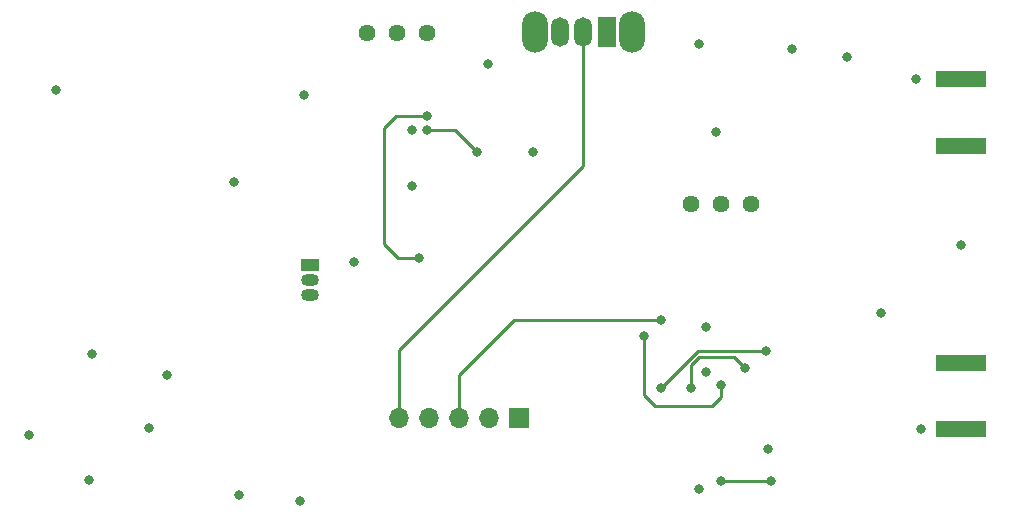
<source format=gbr>
%TF.GenerationSoftware,KiCad,Pcbnew,(6.0.9)*%
%TF.CreationDate,2022-11-20T11:02:21-05:00*%
%TF.ProjectId,RadarProject,52616461-7250-4726-9f6a-6563742e6b69,rev?*%
%TF.SameCoordinates,Original*%
%TF.FileFunction,Copper,L4,Bot*%
%TF.FilePolarity,Positive*%
%FSLAX46Y46*%
G04 Gerber Fmt 4.6, Leading zero omitted, Abs format (unit mm)*
G04 Created by KiCad (PCBNEW (6.0.9)) date 2022-11-20 11:02:21*
%MOMM*%
%LPD*%
G01*
G04 APERTURE LIST*
%TA.AperFunction,ComponentPad*%
%ADD10C,1.440000*%
%TD*%
%TA.AperFunction,ComponentPad*%
%ADD11R,1.500000X1.050000*%
%TD*%
%TA.AperFunction,ComponentPad*%
%ADD12O,1.500000X1.050000*%
%TD*%
%TA.AperFunction,SMDPad,CuDef*%
%ADD13R,4.200000X1.350000*%
%TD*%
%TA.AperFunction,ComponentPad*%
%ADD14R,1.700000X1.700000*%
%TD*%
%TA.AperFunction,ComponentPad*%
%ADD15O,1.700000X1.700000*%
%TD*%
%TA.AperFunction,ComponentPad*%
%ADD16O,2.200000X3.500000*%
%TD*%
%TA.AperFunction,ComponentPad*%
%ADD17R,1.500000X2.500000*%
%TD*%
%TA.AperFunction,ComponentPad*%
%ADD18O,1.500000X2.500000*%
%TD*%
%TA.AperFunction,ViaPad*%
%ADD19C,0.800000*%
%TD*%
%TA.AperFunction,Conductor*%
%ADD20C,0.250000*%
%TD*%
G04 APERTURE END LIST*
D10*
%TO.P,RV1,1,1*%
%TO.N,+5V*%
X56810000Y-25797500D03*
%TO.P,RV1,2,2*%
%TO.N,Net-(R8-Pad1)*%
X54270000Y-25797500D03*
%TO.P,RV1,3,3*%
%TO.N,Earth*%
X51730000Y-25797500D03*
%TD*%
D11*
%TO.P,Q1,1,E*%
%TO.N,Earth*%
X46902500Y-45420000D03*
D12*
%TO.P,Q1,2,C*%
%TO.N,Net-(Q1-Pad2)*%
X46902500Y-46690000D03*
%TO.P,Q1,3,B*%
%TO.N,Net-(Q1-Pad3)*%
X46902500Y-47960000D03*
%TD*%
D13*
%TO.P,J2,2,Ext*%
%TO.N,Net-(AE2-Pad2)*%
X102000000Y-53675000D03*
X102000000Y-59325000D03*
%TD*%
%TO.P,J1,2,Ext*%
%TO.N,Net-(AE1-Pad2)*%
X102000000Y-29675000D03*
X102000000Y-35325000D03*
%TD*%
D14*
%TO.P,J3,1,Pin_1*%
%TO.N,Earth*%
X64570000Y-58320000D03*
D15*
%TO.P,J3,2,Pin_2*%
%TO.N,unconnected-(J3-Pad2)*%
X62030000Y-58320000D03*
%TO.P,J3,3,Pin_3*%
%TO.N,Net-(J3-Pad3)*%
X59490000Y-58320000D03*
%TO.P,J3,4,Pin_4*%
%TO.N,+5V*%
X56950000Y-58320000D03*
%TO.P,J3,5,Pin_5*%
%TO.N,Net-(J3-Pad5)*%
X54410000Y-58320000D03*
%TD*%
D10*
%TO.P,RV2,1,1*%
%TO.N,Net-(R6-Pad2)*%
X79110000Y-40247500D03*
%TO.P,RV2,2,2*%
%TO.N,Net-(R12-Pad1)*%
X81650000Y-40247500D03*
%TO.P,RV2,3,3*%
X84190000Y-40247500D03*
%TD*%
D16*
%TO.P,SW1,*%
%TO.N,*%
X65930000Y-25710000D03*
X74130000Y-25710000D03*
D17*
%TO.P,SW1,1,A*%
%TO.N,Net-(SW1-Pad1)*%
X72030000Y-25710000D03*
D18*
%TO.P,SW1,2,B*%
%TO.N,Net-(J3-Pad5)*%
X70030000Y-25710000D03*
%TO.P,SW1,3,C*%
%TO.N,Net-(R31-Pad1)*%
X68030000Y-25710000D03*
%TD*%
D19*
%TO.N,Net-(J3-Pad3)*%
X76570000Y-50080000D03*
%TO.N,Earth*%
X61970000Y-28420000D03*
X28460000Y-52970000D03*
X33270000Y-59170000D03*
X92357500Y-27830000D03*
X40860000Y-64920000D03*
X98190000Y-29680000D03*
X102000000Y-43680000D03*
X40470000Y-38380000D03*
X46020000Y-65380000D03*
X65720000Y-35870000D03*
X25360000Y-30620000D03*
X80380000Y-50670000D03*
X55550000Y-38680000D03*
X28210000Y-63620000D03*
X98580000Y-59320000D03*
X79777500Y-26730000D03*
%TO.N,+5V*%
X80380000Y-54480000D03*
X55530000Y-34000000D03*
X50570000Y-45170000D03*
X85620000Y-60970000D03*
X81240000Y-34140000D03*
X95190000Y-49500000D03*
X46390000Y-31000000D03*
X87657500Y-27090000D03*
X34790000Y-54760000D03*
X23070000Y-59760000D03*
X79840000Y-64330000D03*
%TO.N,Net-(C10-Pad1)*%
X76570000Y-55847500D03*
X85530000Y-52687500D03*
%TO.N,Net-(C12-Pad1)*%
X79110000Y-55837500D03*
X83710000Y-54097500D03*
%TO.N,Net-(C14-Pad1)*%
X75180000Y-51397500D03*
X81650000Y-55597500D03*
%TO.N,Net-(R24-Pad2)*%
X85950000Y-63677500D03*
X81680000Y-63667500D03*
%TO.N,Net-(C11-Pad1)*%
X56790000Y-32820000D03*
X56077500Y-44832500D03*
%TO.N,Net-(R11-Pad2)*%
X61032500Y-35867500D03*
X56802500Y-33997500D03*
%TD*%
D20*
%TO.N,Net-(J3-Pad3)*%
X76570000Y-50080000D02*
X64110000Y-50080000D01*
X64110000Y-50080000D02*
X59490000Y-54700000D01*
X59490000Y-54700000D02*
X59490000Y-58320000D01*
%TO.N,Net-(C10-Pad1)*%
X85530000Y-52687500D02*
X79700000Y-52687500D01*
X79700000Y-52687500D02*
X76570000Y-55817500D01*
%TO.N,Net-(C12-Pad1)*%
X83710000Y-54097500D02*
X82809448Y-53196948D01*
X82809448Y-53196948D02*
X79826948Y-53196948D01*
X79110000Y-53913896D02*
X79110000Y-55837500D01*
X79826948Y-53196948D02*
X79110000Y-53913896D01*
%TO.N,Net-(C14-Pad1)*%
X76110000Y-57337500D02*
X80932500Y-57337500D01*
X80932500Y-57337500D02*
X81650000Y-56620000D01*
X75180000Y-51397500D02*
X75180000Y-56407500D01*
X81650000Y-56620000D02*
X81650000Y-55597500D01*
X75180000Y-56407500D02*
X76110000Y-57337500D01*
%TO.N,Net-(J3-Pad5)*%
X70030000Y-25710000D02*
X70030000Y-36994695D01*
X54410000Y-52614695D02*
X54410000Y-58320000D01*
X70030000Y-36994695D02*
X54410000Y-52614695D01*
%TO.N,Net-(R24-Pad2)*%
X81680000Y-63667500D02*
X85950000Y-63667500D01*
%TO.N,Net-(C11-Pad1)*%
X56790000Y-32820000D02*
X54190000Y-32820000D01*
X54362500Y-44832500D02*
X56077500Y-44832500D01*
X53180000Y-43650000D02*
X54362500Y-44832500D01*
X53180000Y-33830000D02*
X53180000Y-43650000D01*
X54190000Y-32820000D02*
X53180000Y-33830000D01*
%TO.N,Net-(R11-Pad2)*%
X61032500Y-35867500D02*
X59162500Y-33997500D01*
X59162500Y-33997500D02*
X56802500Y-33997500D01*
%TD*%
M02*

</source>
